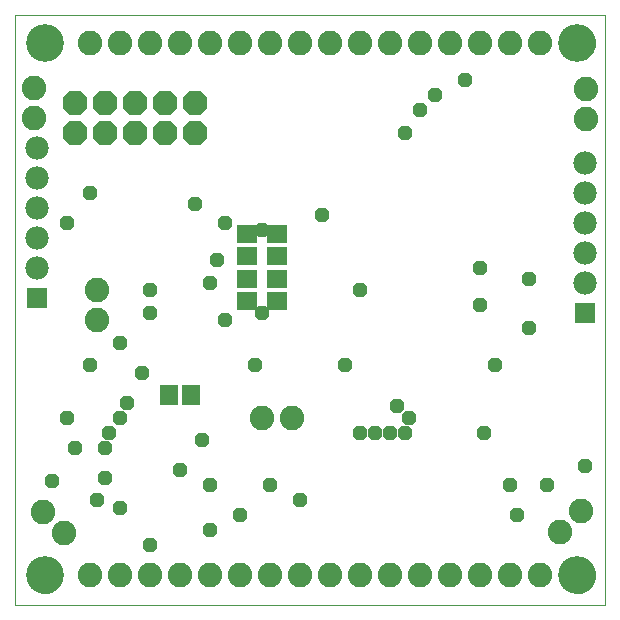
<source format=gbs>
G75*
%MOIN*%
%OFA0B0*%
%FSLAX24Y24*%
%IPPOS*%
%LPD*%
%AMOC8*
5,1,8,0,0,1.08239X$1,22.5*
%
%ADD10C,0.0000*%
%ADD11C,0.1261*%
%ADD12C,0.0820*%
%ADD13OC8,0.0820*%
%ADD14R,0.0674X0.0674*%
%ADD15C,0.0780*%
%ADD16R,0.0671X0.0592*%
%ADD17R,0.0592X0.0671*%
%ADD18OC8,0.0480*%
%ADD19OC8,0.0476*%
D10*
X000603Y000100D02*
X000603Y019785D01*
X020288Y019785D01*
X020288Y000100D01*
X000603Y000100D01*
X001012Y001100D02*
X001014Y001148D01*
X001020Y001196D01*
X001030Y001243D01*
X001043Y001289D01*
X001061Y001334D01*
X001081Y001378D01*
X001106Y001420D01*
X001134Y001459D01*
X001164Y001496D01*
X001198Y001530D01*
X001235Y001562D01*
X001273Y001591D01*
X001314Y001616D01*
X001357Y001638D01*
X001402Y001656D01*
X001448Y001670D01*
X001495Y001681D01*
X001543Y001688D01*
X001591Y001691D01*
X001639Y001690D01*
X001687Y001685D01*
X001735Y001676D01*
X001781Y001664D01*
X001826Y001647D01*
X001870Y001627D01*
X001912Y001604D01*
X001952Y001577D01*
X001990Y001547D01*
X002025Y001514D01*
X002057Y001478D01*
X002087Y001440D01*
X002113Y001399D01*
X002135Y001356D01*
X002155Y001312D01*
X002170Y001267D01*
X002182Y001220D01*
X002190Y001172D01*
X002194Y001124D01*
X002194Y001076D01*
X002190Y001028D01*
X002182Y000980D01*
X002170Y000933D01*
X002155Y000888D01*
X002135Y000844D01*
X002113Y000801D01*
X002087Y000760D01*
X002057Y000722D01*
X002025Y000686D01*
X001990Y000653D01*
X001952Y000623D01*
X001912Y000596D01*
X001870Y000573D01*
X001826Y000553D01*
X001781Y000536D01*
X001735Y000524D01*
X001687Y000515D01*
X001639Y000510D01*
X001591Y000509D01*
X001543Y000512D01*
X001495Y000519D01*
X001448Y000530D01*
X001402Y000544D01*
X001357Y000562D01*
X001314Y000584D01*
X001273Y000609D01*
X001235Y000638D01*
X001198Y000670D01*
X001164Y000704D01*
X001134Y000741D01*
X001106Y000780D01*
X001081Y000822D01*
X001061Y000866D01*
X001043Y000911D01*
X001030Y000957D01*
X001020Y001004D01*
X001014Y001052D01*
X001012Y001100D01*
X001012Y018850D02*
X001014Y018898D01*
X001020Y018946D01*
X001030Y018993D01*
X001043Y019039D01*
X001061Y019084D01*
X001081Y019128D01*
X001106Y019170D01*
X001134Y019209D01*
X001164Y019246D01*
X001198Y019280D01*
X001235Y019312D01*
X001273Y019341D01*
X001314Y019366D01*
X001357Y019388D01*
X001402Y019406D01*
X001448Y019420D01*
X001495Y019431D01*
X001543Y019438D01*
X001591Y019441D01*
X001639Y019440D01*
X001687Y019435D01*
X001735Y019426D01*
X001781Y019414D01*
X001826Y019397D01*
X001870Y019377D01*
X001912Y019354D01*
X001952Y019327D01*
X001990Y019297D01*
X002025Y019264D01*
X002057Y019228D01*
X002087Y019190D01*
X002113Y019149D01*
X002135Y019106D01*
X002155Y019062D01*
X002170Y019017D01*
X002182Y018970D01*
X002190Y018922D01*
X002194Y018874D01*
X002194Y018826D01*
X002190Y018778D01*
X002182Y018730D01*
X002170Y018683D01*
X002155Y018638D01*
X002135Y018594D01*
X002113Y018551D01*
X002087Y018510D01*
X002057Y018472D01*
X002025Y018436D01*
X001990Y018403D01*
X001952Y018373D01*
X001912Y018346D01*
X001870Y018323D01*
X001826Y018303D01*
X001781Y018286D01*
X001735Y018274D01*
X001687Y018265D01*
X001639Y018260D01*
X001591Y018259D01*
X001543Y018262D01*
X001495Y018269D01*
X001448Y018280D01*
X001402Y018294D01*
X001357Y018312D01*
X001314Y018334D01*
X001273Y018359D01*
X001235Y018388D01*
X001198Y018420D01*
X001164Y018454D01*
X001134Y018491D01*
X001106Y018530D01*
X001081Y018572D01*
X001061Y018616D01*
X001043Y018661D01*
X001030Y018707D01*
X001020Y018754D01*
X001014Y018802D01*
X001012Y018850D01*
X018762Y018850D02*
X018764Y018898D01*
X018770Y018946D01*
X018780Y018993D01*
X018793Y019039D01*
X018811Y019084D01*
X018831Y019128D01*
X018856Y019170D01*
X018884Y019209D01*
X018914Y019246D01*
X018948Y019280D01*
X018985Y019312D01*
X019023Y019341D01*
X019064Y019366D01*
X019107Y019388D01*
X019152Y019406D01*
X019198Y019420D01*
X019245Y019431D01*
X019293Y019438D01*
X019341Y019441D01*
X019389Y019440D01*
X019437Y019435D01*
X019485Y019426D01*
X019531Y019414D01*
X019576Y019397D01*
X019620Y019377D01*
X019662Y019354D01*
X019702Y019327D01*
X019740Y019297D01*
X019775Y019264D01*
X019807Y019228D01*
X019837Y019190D01*
X019863Y019149D01*
X019885Y019106D01*
X019905Y019062D01*
X019920Y019017D01*
X019932Y018970D01*
X019940Y018922D01*
X019944Y018874D01*
X019944Y018826D01*
X019940Y018778D01*
X019932Y018730D01*
X019920Y018683D01*
X019905Y018638D01*
X019885Y018594D01*
X019863Y018551D01*
X019837Y018510D01*
X019807Y018472D01*
X019775Y018436D01*
X019740Y018403D01*
X019702Y018373D01*
X019662Y018346D01*
X019620Y018323D01*
X019576Y018303D01*
X019531Y018286D01*
X019485Y018274D01*
X019437Y018265D01*
X019389Y018260D01*
X019341Y018259D01*
X019293Y018262D01*
X019245Y018269D01*
X019198Y018280D01*
X019152Y018294D01*
X019107Y018312D01*
X019064Y018334D01*
X019023Y018359D01*
X018985Y018388D01*
X018948Y018420D01*
X018914Y018454D01*
X018884Y018491D01*
X018856Y018530D01*
X018831Y018572D01*
X018811Y018616D01*
X018793Y018661D01*
X018780Y018707D01*
X018770Y018754D01*
X018764Y018802D01*
X018762Y018850D01*
X018762Y001100D02*
X018764Y001148D01*
X018770Y001196D01*
X018780Y001243D01*
X018793Y001289D01*
X018811Y001334D01*
X018831Y001378D01*
X018856Y001420D01*
X018884Y001459D01*
X018914Y001496D01*
X018948Y001530D01*
X018985Y001562D01*
X019023Y001591D01*
X019064Y001616D01*
X019107Y001638D01*
X019152Y001656D01*
X019198Y001670D01*
X019245Y001681D01*
X019293Y001688D01*
X019341Y001691D01*
X019389Y001690D01*
X019437Y001685D01*
X019485Y001676D01*
X019531Y001664D01*
X019576Y001647D01*
X019620Y001627D01*
X019662Y001604D01*
X019702Y001577D01*
X019740Y001547D01*
X019775Y001514D01*
X019807Y001478D01*
X019837Y001440D01*
X019863Y001399D01*
X019885Y001356D01*
X019905Y001312D01*
X019920Y001267D01*
X019932Y001220D01*
X019940Y001172D01*
X019944Y001124D01*
X019944Y001076D01*
X019940Y001028D01*
X019932Y000980D01*
X019920Y000933D01*
X019905Y000888D01*
X019885Y000844D01*
X019863Y000801D01*
X019837Y000760D01*
X019807Y000722D01*
X019775Y000686D01*
X019740Y000653D01*
X019702Y000623D01*
X019662Y000596D01*
X019620Y000573D01*
X019576Y000553D01*
X019531Y000536D01*
X019485Y000524D01*
X019437Y000515D01*
X019389Y000510D01*
X019341Y000509D01*
X019293Y000512D01*
X019245Y000519D01*
X019198Y000530D01*
X019152Y000544D01*
X019107Y000562D01*
X019064Y000584D01*
X019023Y000609D01*
X018985Y000638D01*
X018948Y000670D01*
X018914Y000704D01*
X018884Y000741D01*
X018856Y000780D01*
X018831Y000822D01*
X018811Y000866D01*
X018793Y000911D01*
X018780Y000957D01*
X018770Y001004D01*
X018764Y001052D01*
X018762Y001100D01*
D11*
X019353Y001100D03*
X001603Y001100D03*
X001603Y018850D03*
X019353Y018850D03*
D12*
X018103Y018850D03*
X017103Y018850D03*
X016103Y018850D03*
X015103Y018850D03*
X014103Y018850D03*
X013103Y018850D03*
X012103Y018850D03*
X011103Y018850D03*
X010103Y018850D03*
X009103Y018850D03*
X008103Y018850D03*
X007103Y018850D03*
X006103Y018850D03*
X005103Y018850D03*
X004103Y018850D03*
X003103Y018850D03*
X001249Y017350D03*
X001249Y016350D03*
X003353Y010600D03*
X003353Y009600D03*
X008853Y006350D03*
X009853Y006350D03*
X010103Y001100D03*
X011103Y001100D03*
X012103Y001100D03*
X013103Y001100D03*
X014103Y001100D03*
X015103Y001100D03*
X016103Y001100D03*
X017103Y001100D03*
X018103Y001100D03*
X018779Y002527D03*
X019486Y003234D03*
X009103Y001100D03*
X008103Y001100D03*
X007103Y001100D03*
X006103Y001100D03*
X005103Y001100D03*
X004103Y001100D03*
X003103Y001100D03*
X002249Y002496D03*
X001542Y003204D03*
X019633Y016320D03*
X019633Y017320D03*
D13*
X006603Y016850D03*
X006603Y015850D03*
X005603Y015850D03*
X005603Y016850D03*
X004603Y016850D03*
X004603Y015850D03*
X003603Y015850D03*
X003603Y016850D03*
X002603Y016850D03*
X002603Y015850D03*
D14*
X001353Y010350D03*
X019603Y009850D03*
D15*
X019603Y010850D03*
X019603Y011850D03*
X019603Y012850D03*
X019603Y013850D03*
X019603Y014850D03*
X001353Y014350D03*
X001353Y013350D03*
X001353Y012350D03*
X001353Y011350D03*
X001353Y015350D03*
D16*
X008353Y012474D03*
X008353Y011726D03*
X008353Y010974D03*
X008353Y010226D03*
X009353Y010226D03*
X009353Y010974D03*
X009353Y011726D03*
X009353Y012474D03*
D17*
X006477Y007100D03*
X005729Y007100D03*
D18*
X004853Y007850D03*
X004353Y006850D03*
X004103Y006350D03*
X003728Y005850D03*
X003603Y005350D03*
X003603Y004350D03*
X003353Y003600D03*
X004103Y003350D03*
X005103Y002100D03*
X007103Y002600D03*
X008103Y003100D03*
X009103Y004100D03*
X010103Y003600D03*
X012103Y005850D03*
X012603Y005850D03*
X013103Y005850D03*
X013603Y005850D03*
X013728Y006350D03*
X013353Y006725D03*
X016228Y005850D03*
X017103Y004100D03*
X017353Y003100D03*
X018353Y004100D03*
X019603Y004725D03*
X016103Y010100D03*
X016103Y011350D03*
X017728Y010975D03*
X013603Y015850D03*
X014103Y016600D03*
X014603Y017100D03*
X015603Y017600D03*
X010853Y013100D03*
X012103Y010600D03*
X008603Y008100D03*
X007103Y010850D03*
X005103Y010600D03*
X005103Y009850D03*
X004103Y008850D03*
X002353Y006350D03*
X002603Y005350D03*
X001853Y004225D03*
X006103Y004600D03*
X007603Y012850D03*
D19*
X006603Y013475D03*
X007353Y011600D03*
X008853Y012600D03*
X008853Y009850D03*
X007603Y009600D03*
X006478Y007100D03*
X006853Y005600D03*
X007103Y004100D03*
X003103Y008100D03*
X002353Y012850D03*
X003103Y013850D03*
X011603Y008100D03*
X016603Y008100D03*
X017728Y009350D03*
M02*

</source>
